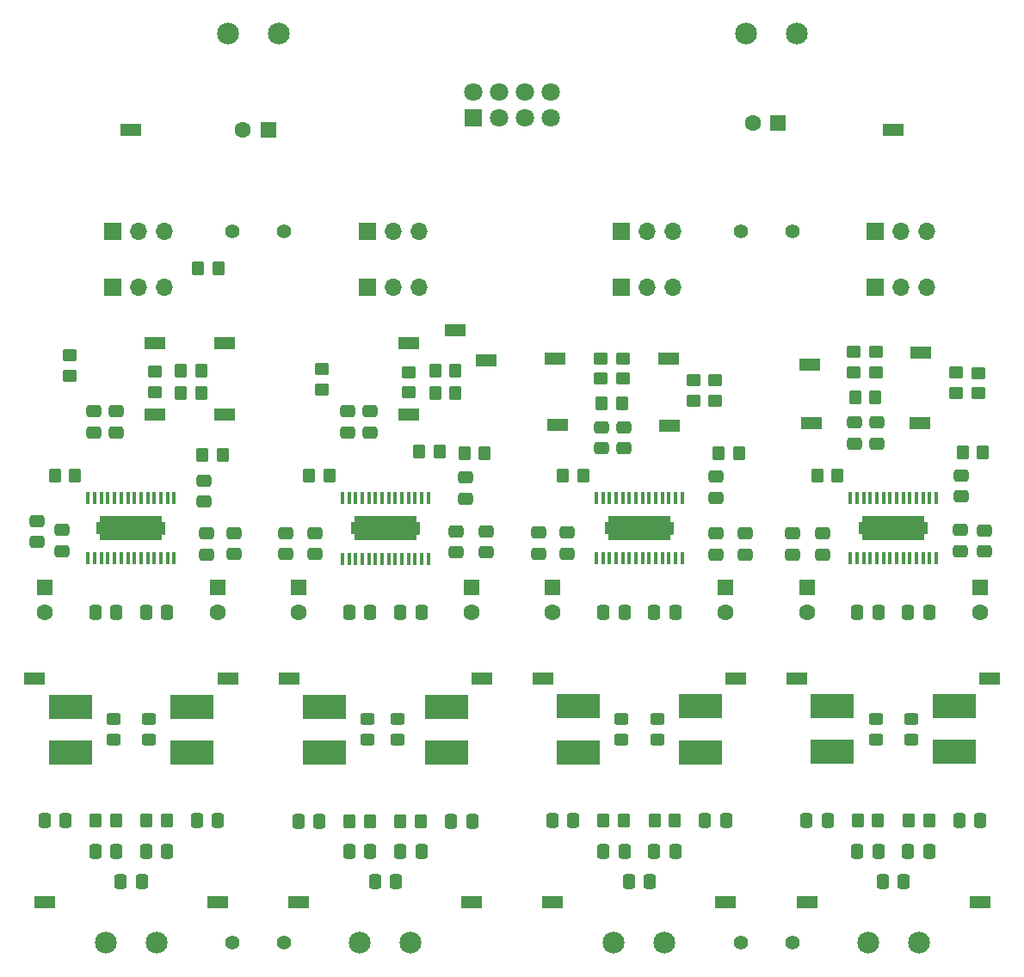
<source format=gbr>
%TF.GenerationSoftware,KiCad,Pcbnew,8.0.7*%
%TF.CreationDate,2025-07-18T12:07:21-04:00*%
%TF.ProjectId,Amplifier_board,416d706c-6966-4696-9572-5f626f617264,rev?*%
%TF.SameCoordinates,Original*%
%TF.FileFunction,Soldermask,Top*%
%TF.FilePolarity,Negative*%
%FSLAX46Y46*%
G04 Gerber Fmt 4.6, Leading zero omitted, Abs format (unit mm)*
G04 Created by KiCad (PCBNEW 8.0.7) date 2025-07-18 12:07:21*
%MOMM*%
%LPD*%
G01*
G04 APERTURE LIST*
G04 Aperture macros list*
%AMRoundRect*
0 Rectangle with rounded corners*
0 $1 Rounding radius*
0 $2 $3 $4 $5 $6 $7 $8 $9 X,Y pos of 4 corners*
0 Add a 4 corners polygon primitive as box body*
4,1,4,$2,$3,$4,$5,$6,$7,$8,$9,$2,$3,0*
0 Add four circle primitives for the rounded corners*
1,1,$1+$1,$2,$3*
1,1,$1+$1,$4,$5*
1,1,$1+$1,$6,$7*
1,1,$1+$1,$8,$9*
0 Add four rect primitives between the rounded corners*
20,1,$1+$1,$2,$3,$4,$5,0*
20,1,$1+$1,$4,$5,$6,$7,0*
20,1,$1+$1,$6,$7,$8,$9,0*
20,1,$1+$1,$8,$9,$2,$3,0*%
%AMFreePoly0*
4,1,13,0.632222,3.085000,1.200000,3.085000,1.200000,-3.085001,0.625000,-3.085001,0.625000,-3.345000,-0.625000,-3.345000,-0.625000,-3.085001,-1.200000,-3.085001,-1.200000,3.085000,-0.617778,3.085000,-0.625000,3.345000,0.625000,3.345000,0.632222,3.085000,0.632222,3.085000,$1*%
G04 Aperture macros list end*
%ADD10C,0.000000*%
%ADD11R,1.700000X1.700000*%
%ADD12O,1.700000X1.700000*%
%ADD13R,1.600000X1.600000*%
%ADD14C,1.600000*%
%ADD15RoundRect,0.250000X0.475000X-0.337500X0.475000X0.337500X-0.475000X0.337500X-0.475000X-0.337500X0*%
%ADD16RoundRect,0.250000X-0.450000X0.325000X-0.450000X-0.325000X0.450000X-0.325000X0.450000X0.325000X0*%
%ADD17R,4.200000X2.400000*%
%ADD18RoundRect,0.250000X-0.450000X0.350000X-0.450000X-0.350000X0.450000X-0.350000X0.450000X0.350000X0*%
%ADD19R,2.000000X1.200000*%
%ADD20RoundRect,0.250000X0.450000X-0.350000X0.450000X0.350000X-0.450000X0.350000X-0.450000X-0.350000X0*%
%ADD21RoundRect,0.250000X-0.337500X-0.475000X0.337500X-0.475000X0.337500X0.475000X-0.337500X0.475000X0*%
%ADD22C,1.400000*%
%ADD23R,0.304800X1.270000*%
%ADD24FreePoly0,270.000000*%
%ADD25RoundRect,0.250000X0.337500X0.475000X-0.337500X0.475000X-0.337500X-0.475000X0.337500X-0.475000X0*%
%ADD26RoundRect,0.250000X-0.350000X-0.450000X0.350000X-0.450000X0.350000X0.450000X-0.350000X0.450000X0*%
%ADD27C,2.154000*%
%ADD28RoundRect,0.250000X-0.475000X0.337500X-0.475000X-0.337500X0.475000X-0.337500X0.475000X0.337500X0*%
%ADD29RoundRect,0.250000X0.350000X0.450000X-0.350000X0.450000X-0.350000X-0.450000X0.350000X-0.450000X0*%
%ADD30R,1.800000X1.800000*%
%ADD31C,1.800000*%
G04 APERTURE END LIST*
D10*
%TO.C,U4*%
G36*
X165345000Y-94302621D02*
G01*
X165085000Y-94302621D01*
X165085000Y-93052621D01*
X165345000Y-93052621D01*
X165345000Y-94302621D01*
G37*
%TO.C,U3*%
G36*
X140335000Y-94315000D02*
G01*
X140075000Y-94315000D01*
X140075000Y-93065000D01*
X140335000Y-93065000D01*
X140335000Y-94315000D01*
G37*
%TO.C,U2*%
G36*
X115355000Y-94332621D02*
G01*
X115095000Y-94332621D01*
X115095000Y-93082621D01*
X115355000Y-93082621D01*
X115355000Y-94332621D01*
G37*
%TO.C,U1*%
G36*
X90345000Y-94325000D02*
G01*
X90085000Y-94325000D01*
X90085000Y-93075000D01*
X90345000Y-93075000D01*
X90345000Y-94325000D01*
G37*
%TD*%
D11*
%TO.C,J8*%
X85210000Y-64475000D03*
D12*
X87750000Y-64475000D03*
X90290000Y-64475000D03*
%TD*%
D13*
%TO.C,C8*%
X95500000Y-99500000D03*
D14*
X95500000Y-102000000D03*
%TD*%
D15*
%TO.C,C5*%
X94200000Y-91075000D03*
X94200000Y-89000000D03*
%TD*%
D16*
%TO.C,FB4*%
X160250000Y-112475000D03*
X160250000Y-114525000D03*
%TD*%
D17*
%TO.C,L3*%
X142990000Y-111240000D03*
X142990000Y-115740000D03*
%TD*%
D13*
%TO.C,C14*%
X100500000Y-54500000D03*
D14*
X98000000Y-54500000D03*
%TD*%
D18*
%TO.C,R33*%
X80950000Y-76680000D03*
X80950000Y-78680000D03*
%TD*%
D13*
%TO.C,C52*%
X170500000Y-99477621D03*
D14*
X170500000Y-101977621D03*
%TD*%
D19*
%TO.C,TP5*%
X77500000Y-108500000D03*
%TD*%
%TO.C,TP2*%
X121510000Y-108507621D03*
%TD*%
D20*
%TO.C,R19*%
X135380000Y-78980000D03*
X135380000Y-76980000D03*
%TD*%
D19*
%TO.C,TP17*%
X96200000Y-75500000D03*
%TD*%
D21*
%TO.C,C64*%
X138452500Y-125490000D03*
X140527500Y-125490000D03*
%TD*%
D17*
%TO.C,L5*%
X81000000Y-111250000D03*
X81000000Y-115750000D03*
%TD*%
D21*
%TO.C,C7*%
X83462500Y-102000000D03*
X85537500Y-102000000D03*
%TD*%
D16*
%TO.C,FB2*%
X110250000Y-112475000D03*
X110250000Y-114525000D03*
%TD*%
D21*
%TO.C,C51*%
X158462500Y-101977620D03*
X160537500Y-101977620D03*
%TD*%
D22*
%TO.C,TP36*%
X96960000Y-134500000D03*
X102040000Y-134500000D03*
%TD*%
D21*
%TO.C,C72*%
X135952500Y-128490000D03*
X138027500Y-128490000D03*
%TD*%
D23*
%TO.C,U4*%
X166225074Y-90705821D03*
X165575063Y-90705821D03*
X164925051Y-90705821D03*
X164275040Y-90705821D03*
X163625028Y-90705821D03*
X162975017Y-90705821D03*
X162325006Y-90705821D03*
X161674994Y-90705821D03*
X161024983Y-90705821D03*
X160374972Y-90705821D03*
X159724960Y-90705821D03*
X159074949Y-90705821D03*
X158424937Y-90705821D03*
X157774926Y-90705821D03*
X157774926Y-96649421D03*
X158424937Y-96649421D03*
X159074949Y-96649421D03*
X159724960Y-96649421D03*
X160374972Y-96649421D03*
X161024983Y-96649421D03*
X161674994Y-96649421D03*
X162325006Y-96649421D03*
X162975017Y-96649421D03*
X163625028Y-96649421D03*
X164275040Y-96649421D03*
X164925051Y-96649421D03*
X165575063Y-96649421D03*
X166225074Y-96649421D03*
D24*
X162000000Y-93677621D03*
%TD*%
D25*
%TO.C,C44*%
X130527500Y-122490000D03*
X128452500Y-122490000D03*
%TD*%
%TO.C,C29*%
X105547500Y-122507621D03*
X103472500Y-122507621D03*
%TD*%
D19*
%TO.C,TP16*%
X153500000Y-130477620D03*
%TD*%
D26*
%TO.C,R7*%
X154500001Y-88477621D03*
X156500001Y-88477621D03*
%TD*%
D16*
%TO.C,FB5*%
X88750000Y-112475000D03*
X88750000Y-114525000D03*
%TD*%
%TO.C,FB7*%
X138750000Y-112475000D03*
X138750000Y-114525000D03*
%TD*%
D27*
%TO.C,J4*%
X134500000Y-134500000D03*
X139500000Y-134500000D03*
%TD*%
D11*
%TO.C,J9*%
X110220000Y-64482621D03*
D12*
X112760000Y-64482621D03*
X115300000Y-64482621D03*
%TD*%
D19*
%TO.C,TP22*%
X121930000Y-77180000D03*
%TD*%
D11*
%TO.C,J11*%
X160210001Y-64452621D03*
D12*
X162750001Y-64452621D03*
X165290001Y-64452621D03*
%TD*%
D26*
%TO.C,R3*%
X104510000Y-88507621D03*
X106510000Y-88507621D03*
%TD*%
%TO.C,R17*%
X91900000Y-80400000D03*
X93900000Y-80400000D03*
%TD*%
D25*
%TO.C,C35*%
X140527500Y-101990000D03*
X138452500Y-101990000D03*
%TD*%
D19*
%TO.C,TP8*%
X152500000Y-108477620D03*
%TD*%
D11*
%TO.C,J13*%
X110220000Y-70007621D03*
D12*
X112760000Y-70007621D03*
X115300000Y-70007621D03*
%TD*%
D26*
%TO.C,R13*%
X83500000Y-122500000D03*
X85500000Y-122500000D03*
%TD*%
D21*
%TO.C,C70*%
X85962500Y-128500000D03*
X88037500Y-128500000D03*
%TD*%
D13*
%TO.C,C53*%
X153500000Y-99477621D03*
D14*
X153500000Y-101977621D03*
%TD*%
D27*
%TO.C,J6*%
X152500000Y-45000000D03*
X147500000Y-45000000D03*
%TD*%
D23*
%TO.C,U3*%
X141215074Y-90718200D03*
X140565063Y-90718200D03*
X139915051Y-90718200D03*
X139265040Y-90718200D03*
X138615028Y-90718200D03*
X137965017Y-90718200D03*
X137315006Y-90718200D03*
X136664994Y-90718200D03*
X136014983Y-90718200D03*
X135364972Y-90718200D03*
X134714960Y-90718200D03*
X134064949Y-90718200D03*
X133414937Y-90718200D03*
X132764926Y-90718200D03*
X132764926Y-96661800D03*
X133414937Y-96661800D03*
X134064949Y-96661800D03*
X134714960Y-96661800D03*
X135364972Y-96661800D03*
X136014983Y-96661800D03*
X136664994Y-96661800D03*
X137315006Y-96661800D03*
X137965017Y-96661800D03*
X138615028Y-96661800D03*
X139265040Y-96661800D03*
X139915051Y-96661800D03*
X140565063Y-96661800D03*
X141215074Y-96661800D03*
D24*
X136990000Y-93690000D03*
%TD*%
D21*
%TO.C,C71*%
X110972500Y-128507621D03*
X113047500Y-128507621D03*
%TD*%
D13*
%TO.C,C37*%
X145490000Y-99490000D03*
D14*
X145490000Y-101990000D03*
%TD*%
D16*
%TO.C,FB6*%
X113250000Y-112475000D03*
X113250000Y-114525000D03*
%TD*%
D18*
%TO.C,R32*%
X170380000Y-78400000D03*
X170380000Y-80400000D03*
%TD*%
D19*
%TO.C,TP9*%
X95500000Y-130500000D03*
%TD*%
D21*
%TO.C,C73*%
X160962500Y-128477621D03*
X163037500Y-128477621D03*
%TD*%
D20*
%TO.C,R26*%
X114310000Y-80307621D03*
X114310000Y-78307621D03*
%TD*%
D15*
%TO.C,C16*%
X110510000Y-84245121D03*
X110510000Y-82170121D03*
%TD*%
D19*
%TO.C,TP12*%
X170500000Y-130477621D03*
%TD*%
D28*
%TO.C,C45*%
X158200000Y-83265000D03*
X158200000Y-85340000D03*
%TD*%
D21*
%TO.C,C67*%
X108472500Y-125507621D03*
X110547500Y-125507621D03*
%TD*%
D29*
%TO.C,R8*%
X170800000Y-86200000D03*
X168800000Y-86200000D03*
%TD*%
D19*
%TO.C,TP4*%
X171499999Y-108477621D03*
%TD*%
%TO.C,TP24*%
X164680000Y-76430000D03*
%TD*%
%TO.C,TP1*%
X96500000Y-108500000D03*
%TD*%
D26*
%TO.C,R5*%
X129490000Y-88490000D03*
X131490000Y-88490000D03*
%TD*%
D15*
%TO.C,C31*%
X135480000Y-85810000D03*
X135480000Y-83735000D03*
%TD*%
D19*
%TO.C,TP10*%
X120510000Y-130507621D03*
%TD*%
D16*
%TO.C,FB8*%
X163750000Y-112475000D03*
X163750000Y-114525000D03*
%TD*%
D19*
%TO.C,TP21*%
X96200000Y-82500000D03*
%TD*%
%TO.C,TP15*%
X128490000Y-130490000D03*
%TD*%
D21*
%TO.C,C36*%
X133452500Y-101990000D03*
X135527500Y-101990000D03*
%TD*%
D15*
%TO.C,C49*%
X168700000Y-90575000D03*
X168700000Y-88500000D03*
%TD*%
D16*
%TO.C,FB1*%
X85250000Y-112475000D03*
X85250000Y-114525000D03*
%TD*%
D20*
%TO.C,R24*%
X158120000Y-78330000D03*
X158120000Y-76330000D03*
%TD*%
%TO.C,R25*%
X89300000Y-80300000D03*
X89300000Y-78300000D03*
%TD*%
D19*
%TO.C,TP26*%
X114310000Y-75507621D03*
%TD*%
D26*
%TO.C,R21*%
X91900000Y-78200000D03*
X93900000Y-78200000D03*
%TD*%
D21*
%TO.C,C21*%
X108472500Y-102007621D03*
X110547500Y-102007621D03*
%TD*%
D26*
%TO.C,R18*%
X116910000Y-80407621D03*
X118910000Y-80407621D03*
%TD*%
D25*
%TO.C,C54*%
X95537500Y-122500000D03*
X93462500Y-122500000D03*
%TD*%
D18*
%TO.C,R35*%
X142340000Y-79120000D03*
X142340000Y-81120000D03*
%TD*%
D25*
%TO.C,C58*%
X80537500Y-122500000D03*
X78462500Y-122500000D03*
%TD*%
D29*
%TO.C,R6*%
X146800000Y-86300000D03*
X144800000Y-86300000D03*
%TD*%
D13*
%TO.C,C9*%
X78500000Y-99500000D03*
D14*
X78500000Y-102000000D03*
%TD*%
D26*
%TO.C,R15*%
X133490000Y-122490000D03*
X135490000Y-122490000D03*
%TD*%
D19*
%TO.C,TP19*%
X128750000Y-76990000D03*
%TD*%
D17*
%TO.C,L2*%
X118010000Y-111257621D03*
X118010000Y-115757621D03*
%TD*%
D15*
%TO.C,C34*%
X144500000Y-90675000D03*
X144500000Y-88600000D03*
%TD*%
D13*
%TO.C,C38*%
X128490000Y-99490000D03*
D14*
X128490000Y-101990000D03*
%TD*%
D30*
%TO.C,J7*%
X120690000Y-53270000D03*
D31*
X120690000Y-50730000D03*
X123230000Y-53270000D03*
X123230000Y-50730000D03*
X125770000Y-53270000D03*
X125770000Y-50730000D03*
X128310000Y-53270000D03*
X128310000Y-50730000D03*
%TD*%
D21*
%TO.C,C63*%
X113472500Y-125507621D03*
X115547500Y-125507621D03*
%TD*%
D18*
%TO.C,R36*%
X168160000Y-78360000D03*
X168160000Y-80360000D03*
%TD*%
D19*
%TO.C,TP11*%
X145490000Y-130490000D03*
%TD*%
D21*
%TO.C,C65*%
X163462500Y-125477621D03*
X165537500Y-125477621D03*
%TD*%
D17*
%TO.C,L4*%
X168000000Y-111227621D03*
X168000000Y-115727621D03*
%TD*%
D19*
%TO.C,TP7*%
X127490000Y-108490000D03*
%TD*%
D11*
%TO.C,J14*%
X135200000Y-69990000D03*
D12*
X137740000Y-69990000D03*
X140280000Y-69990000D03*
%TD*%
D19*
%TO.C,TP13*%
X78500000Y-130500000D03*
%TD*%
D26*
%TO.C,R1*%
X79500000Y-88500000D03*
X81500000Y-88500000D03*
%TD*%
D28*
%TO.C,C30*%
X133280000Y-83735000D03*
X133280000Y-85810000D03*
%TD*%
D19*
%TO.C,TP14*%
X103510000Y-130507621D03*
%TD*%
%TO.C,TP27*%
X128930000Y-83530000D03*
%TD*%
D17*
%TO.C,L1*%
X93000000Y-111250000D03*
X93000000Y-115750000D03*
%TD*%
D29*
%TO.C,R4*%
X121800000Y-86300000D03*
X119800000Y-86300000D03*
%TD*%
D26*
%TO.C,R16*%
X158500000Y-122477621D03*
X160500000Y-122477621D03*
%TD*%
D20*
%TO.C,R20*%
X160320000Y-78330000D03*
X160320000Y-76330000D03*
%TD*%
D25*
%TO.C,C6*%
X90537500Y-102000000D03*
X88462500Y-102000000D03*
%TD*%
D11*
%TO.C,J12*%
X85210000Y-70000000D03*
D12*
X87750000Y-70000000D03*
X90290000Y-70000000D03*
%TD*%
D21*
%TO.C,C66*%
X83462500Y-125500000D03*
X85537500Y-125500000D03*
%TD*%
D25*
%TO.C,C50*%
X165537500Y-101977620D03*
X163462500Y-101977620D03*
%TD*%
D19*
%TO.C,TP28*%
X153900000Y-83340000D03*
%TD*%
%TO.C,TP30*%
X114310000Y-82507621D03*
%TD*%
D29*
%TO.C,R2*%
X96000000Y-86500000D03*
X94000000Y-86500000D03*
%TD*%
D21*
%TO.C,C68*%
X133452500Y-125490000D03*
X135527500Y-125490000D03*
%TD*%
D26*
%TO.C,R10*%
X113510000Y-122507621D03*
X115510000Y-122507621D03*
%TD*%
D25*
%TO.C,C28*%
X120547500Y-122507621D03*
X118472500Y-122507621D03*
%TD*%
D26*
%TO.C,R12*%
X163500000Y-122477621D03*
X165500000Y-122477621D03*
%TD*%
D17*
%TO.C,L7*%
X130990000Y-111240000D03*
X130990000Y-115740000D03*
%TD*%
D26*
%TO.C,R9*%
X88500000Y-122500000D03*
X90500000Y-122500000D03*
%TD*%
D16*
%TO.C,FB3*%
X135250000Y-112475000D03*
X135250000Y-114525000D03*
%TD*%
D22*
%TO.C,TP38*%
X146960000Y-134500000D03*
X152040000Y-134500000D03*
%TD*%
D26*
%TO.C,R22*%
X116910000Y-78207621D03*
X118910000Y-78207621D03*
%TD*%
D13*
%TO.C,C74*%
X150680000Y-53780000D03*
D14*
X148180000Y-53780000D03*
%TD*%
D27*
%TO.C,J5*%
X159500000Y-134500000D03*
X164500000Y-134500000D03*
%TD*%
D23*
%TO.C,U2*%
X116235074Y-90735821D03*
X115585063Y-90735821D03*
X114935051Y-90735821D03*
X114285040Y-90735821D03*
X113635028Y-90735821D03*
X112985017Y-90735821D03*
X112335006Y-90735821D03*
X111684994Y-90735821D03*
X111034983Y-90735821D03*
X110384972Y-90735821D03*
X109734960Y-90735821D03*
X109084949Y-90735821D03*
X108434937Y-90735821D03*
X107784926Y-90735821D03*
X107784926Y-96679421D03*
X108434937Y-96679421D03*
X109084949Y-96679421D03*
X109734960Y-96679421D03*
X110384972Y-96679421D03*
X111034983Y-96679421D03*
X111684994Y-96679421D03*
X112335006Y-96679421D03*
X112985017Y-96679421D03*
X113635028Y-96679421D03*
X114285040Y-96679421D03*
X114935051Y-96679421D03*
X115585063Y-96679421D03*
X116235074Y-96679421D03*
D24*
X112010000Y-93707621D03*
%TD*%
D22*
%TO.C,TP37*%
X146960000Y-64500000D03*
X152040000Y-64500000D03*
%TD*%
D19*
%TO.C,TP32*%
X164570000Y-83360000D03*
%TD*%
%TO.C,TP29*%
X89300000Y-82500000D03*
%TD*%
D27*
%TO.C,J1*%
X101500000Y-45000000D03*
X96500000Y-45000000D03*
%TD*%
D22*
%TO.C,TP35*%
X96960000Y-64500000D03*
X102040000Y-64500000D03*
%TD*%
D19*
%TO.C,TP34*%
X162000000Y-54500000D03*
%TD*%
D13*
%TO.C,C23*%
X103510000Y-99507621D03*
D14*
X103510000Y-102007621D03*
%TD*%
D11*
%TO.C,J15*%
X160210001Y-69977621D03*
D12*
X162750001Y-69977621D03*
X165290001Y-69977621D03*
%TD*%
D25*
%TO.C,C61*%
X155537500Y-122477620D03*
X153462500Y-122477620D03*
%TD*%
D21*
%TO.C,C62*%
X88462500Y-125500000D03*
X90537500Y-125500000D03*
%TD*%
D27*
%TO.C,J2*%
X84500000Y-134500000D03*
X89500000Y-134500000D03*
%TD*%
D17*
%TO.C,L8*%
X156000000Y-111227620D03*
X156000000Y-115727620D03*
%TD*%
%TO.C,L6*%
X106010000Y-111257621D03*
X106010000Y-115757621D03*
%TD*%
D28*
%TO.C,C15*%
X108310000Y-82170121D03*
X108310000Y-84245121D03*
%TD*%
D19*
%TO.C,TP23*%
X139860000Y-76990000D03*
%TD*%
D25*
%TO.C,C20*%
X115547500Y-102007621D03*
X113472500Y-102007621D03*
%TD*%
%TO.C,C43*%
X145527500Y-122490000D03*
X143452500Y-122490000D03*
%TD*%
D28*
%TO.C,C1*%
X83300000Y-82162500D03*
X83300000Y-84237500D03*
%TD*%
D23*
%TO.C,U1*%
X91225074Y-90728200D03*
X90575063Y-90728200D03*
X89925051Y-90728200D03*
X89275040Y-90728200D03*
X88625028Y-90728200D03*
X87975017Y-90728200D03*
X87325006Y-90728200D03*
X86674994Y-90728200D03*
X86024983Y-90728200D03*
X85374972Y-90728200D03*
X84724960Y-90728200D03*
X84074949Y-90728200D03*
X83424937Y-90728200D03*
X82774926Y-90728200D03*
X82774926Y-96671800D03*
X83424937Y-96671800D03*
X84074949Y-96671800D03*
X84724960Y-96671800D03*
X85374972Y-96671800D03*
X86024983Y-96671800D03*
X86674994Y-96671800D03*
X87325006Y-96671800D03*
X87975017Y-96671800D03*
X88625028Y-96671800D03*
X89275040Y-96671800D03*
X89925051Y-96671800D03*
X90575063Y-96671800D03*
X91225074Y-96671800D03*
D24*
X87000000Y-93700000D03*
%TD*%
D26*
%TO.C,R11*%
X138490000Y-122490000D03*
X140490000Y-122490000D03*
%TD*%
D19*
%TO.C,TP33*%
X87000000Y-54500000D03*
%TD*%
D26*
%TO.C,R29*%
X93580000Y-68100000D03*
X95580000Y-68100000D03*
%TD*%
D20*
%TO.C,R23*%
X133180000Y-78980000D03*
X133180000Y-76980000D03*
%TD*%
D26*
%TO.C,R14*%
X108510000Y-122507621D03*
X110510000Y-122507621D03*
%TD*%
D19*
%TO.C,TP25*%
X89300000Y-75500000D03*
%TD*%
D27*
%TO.C,J3*%
X109500000Y-134500000D03*
X114500000Y-134500000D03*
%TD*%
D11*
%TO.C,J10*%
X135200000Y-64465000D03*
D12*
X137740000Y-64465000D03*
X140280000Y-64465000D03*
%TD*%
D25*
%TO.C,C60*%
X170537500Y-122477621D03*
X168462500Y-122477621D03*
%TD*%
D18*
%TO.C,R31*%
X144440000Y-79120000D03*
X144440000Y-81120000D03*
%TD*%
D29*
%TO.C,R30*%
X117370000Y-86100000D03*
X115370000Y-86100000D03*
%TD*%
D15*
%TO.C,C2*%
X85500000Y-84237500D03*
X85500000Y-82162500D03*
%TD*%
D13*
%TO.C,C22*%
X120510000Y-99507621D03*
D14*
X120510000Y-102007621D03*
%TD*%
D18*
%TO.C,R34*%
X105770000Y-78020000D03*
X105770000Y-80020000D03*
%TD*%
D29*
%TO.C,R27*%
X135310000Y-81420000D03*
X133310000Y-81420000D03*
%TD*%
D19*
%TO.C,TP18*%
X118850000Y-74190000D03*
%TD*%
%TO.C,TP6*%
X102510000Y-108507621D03*
%TD*%
%TO.C,TP31*%
X139940000Y-83610000D03*
%TD*%
D21*
%TO.C,C69*%
X158462500Y-125477621D03*
X160537500Y-125477621D03*
%TD*%
D19*
%TO.C,TP3*%
X146490000Y-108490000D03*
%TD*%
%TO.C,TP20*%
X153760000Y-77590000D03*
%TD*%
D15*
%TO.C,C46*%
X160400000Y-85340000D03*
X160400000Y-83265000D03*
%TD*%
D29*
%TO.C,R28*%
X160240000Y-80790000D03*
X158240000Y-80790000D03*
%TD*%
D15*
%TO.C,C19*%
X119900000Y-90775000D03*
X119900000Y-88700000D03*
%TD*%
%TO.C,C57*%
X155000000Y-96275000D03*
X155000000Y-94200000D03*
%TD*%
%TO.C,C56*%
X171000000Y-96000000D03*
X171000000Y-93925000D03*
%TD*%
%TO.C,C39*%
X127100000Y-96175000D03*
X127100000Y-94100000D03*
%TD*%
%TO.C,C55*%
X152100000Y-96275000D03*
X152100000Y-94200000D03*
%TD*%
%TO.C,C12*%
X80200000Y-95937500D03*
X80200000Y-93862500D03*
%TD*%
%TO.C,C59*%
X168600000Y-95937500D03*
X168600000Y-93862500D03*
%TD*%
%TO.C,C10*%
X77700000Y-95037500D03*
X77700000Y-92962500D03*
%TD*%
%TO.C,C40*%
X147400000Y-96275000D03*
X147400000Y-94200000D03*
%TD*%
%TO.C,C41*%
X129900000Y-96175000D03*
X129900000Y-94100000D03*
%TD*%
%TO.C,C25*%
X121900000Y-96075000D03*
X121900000Y-94000000D03*
%TD*%
%TO.C,C13*%
X97100000Y-96237500D03*
X97100000Y-94162500D03*
%TD*%
%TO.C,C24*%
X102200000Y-96237500D03*
X102200000Y-94162500D03*
%TD*%
%TO.C,C27*%
X119000000Y-96075000D03*
X119000000Y-94000000D03*
%TD*%
%TO.C,C42*%
X144500000Y-96275000D03*
X144500000Y-94200000D03*
%TD*%
%TO.C,C26*%
X105100000Y-96237500D03*
X105100000Y-94162500D03*
%TD*%
%TO.C,C11*%
X94400000Y-96275000D03*
X94400000Y-94200000D03*
%TD*%
M02*

</source>
